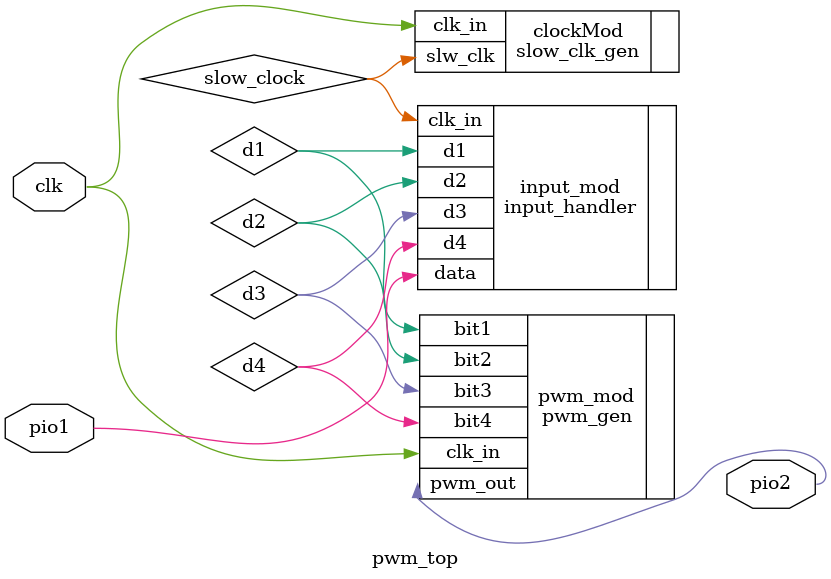
<source format=v>
`timescale 1ns / 1ps


module pwm_top(
        input wire pio1,
        input clk,
        output wire pio2
    );
    wire slow_clock;
    slow_clk_gen clockMod(
    .clk_in(clk),
    .slw_clk(slow_clock)
    );
    wire d1,d2,d3,d4;
    input_handler input_mod(
    .data(pio1),
    .clk_in(slow_clock),
    .d1(d1),
    .d2(d2),
    .d3(d3),
    .d4(d4)
    );
    pwm_gen pwm_mod(
    .bit1(d1),
    .bit2(d2),
    .bit3(d3),
    .bit4(d4),
    .clk_in(clk),
    .pwm_out(pio2)
    );
endmodule

</source>
